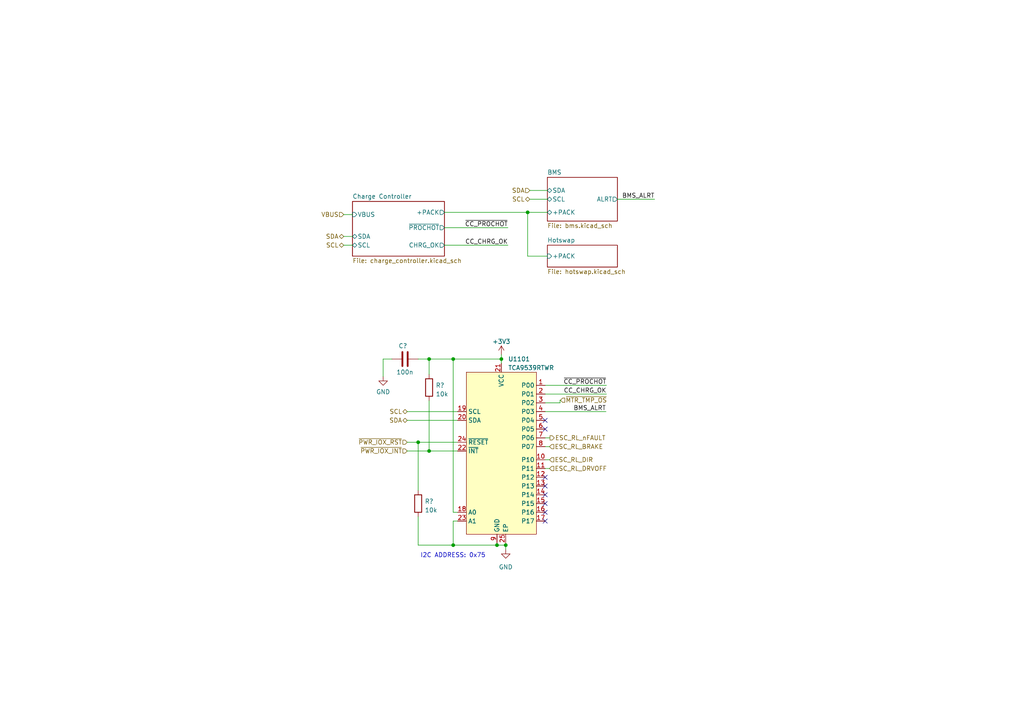
<source format=kicad_sch>
(kicad_sch (version 20230121) (generator eeschema)
  (paper "A4")
  (lib_symbols
    (symbol "Device:C" (pin_numbers hide) (pin_names (offset 0.254))
      (property "Reference" "C" (at 0.635 2.54 0))
      (property "Value" "C" (at 0.635 -2.54 0))
      (symbol "C_0_1"
        (polyline (pts (xy -2.032 -0.762) (xy 2.032 -0.762)) (stroke (width 0.508)))
        (polyline (pts (xy -2.032 0.762) (xy 2.032 0.762)) (stroke (width 0.508)))
      )
      (symbol "C_1_1"
        (pin passive line (at 0 3.81 270) (length 2.794) (name "~") (number "1"))
        (pin passive line (at 0 -3.81 90) (length 2.794) (name "~") (number "2"))
      )
    )
    (symbol "Device:R" (pin_numbers hide) (pin_names (offset 0))
      (property "Reference" "R" (at 2.032 0 90))
      (property "Value" "R" (at 0 0 90))
      (symbol "R_0_1"
        (rectangle (start -1.016 -2.54) (end 1.016 2.54) (stroke (width 0.254)))
      )
      (symbol "R_1_1"
        (pin passive line (at 0 3.81 270) (length 1.27) (name "~") (number "1"))
        (pin passive line (at 0 -3.81 90) (length 1.27) (name "~") (number "2"))
      )
    )
    (symbol "capstone:TCA9539RTWR_"
      (property "Reference" "U" (at 6.35 -25.4 0))
      (property "Value" "TCA9539RTWR" (at 7.62 24.13 0))
      (symbol "TCA9539RTWR__1_1"
        (rectangle (start -10.16 22.86) (end 10.16 -24.13) (fill (type background)))
        (pin bidirectional line (at 12.7 19.05 180) (length 2.54) (name "P00") (number "1"))
        (pin bidirectional line (at 12.7 -2.54 180) (length 2.54) (name "P10") (number "10"))
        (pin bidirectional line (at 12.7 -5.08 180) (length 2.54) (name "P11") (number "11"))
        (pin bidirectional line (at 12.7 -7.62 180) (length 2.54) (name "P12") (number "12"))
        (pin bidirectional line (at 12.7 -10.16 180) (length 2.54) (name "P13") (number "13"))
        (pin bidirectional line (at 12.7 -12.7 180) (length 2.54) (name "P14") (number "14"))
        (pin bidirectional line (at 12.7 -15.24 180) (length 2.54) (name "P15") (number "15"))
        (pin bidirectional line (at 12.7 -17.78 180) (length 2.54) (name "P16") (number "16"))
        (pin bidirectional line (at 12.7 -20.32 180) (length 2.54) (name "P17") (number "17"))
        (pin input line (at -12.7 -17.78 0) (length 2.54) (name "A0") (number "18"))
        (pin input line (at -12.7 11.43 0) (length 2.54) (name "SCL") (number "19"))
        (pin bidirectional line (at 12.7 16.51 180) (length 2.54) (name "P01") (number "2"))
        (pin input line (at -12.7 8.89 0) (length 2.54) (name "SDA") (number "20"))
        (pin power_in line (at 0 25.4 270) (length 2.54) (name "VCC") (number "21"))
        (pin output line (at -12.7 0 0) (length 2.54) (name "~{INT}") (number "22"))
        (pin input line (at -12.7 -20.32 0) (length 2.54) (name "A1") (number "23"))
        (pin input line (at -12.7 2.54 0) (length 2.54) (name "~{RESET}") (number "24"))
        (pin power_in line (at 1.27 -26.67 90) (length 2.54) (name "EP") (number "25"))
        (pin bidirectional line (at 12.7 13.97 180) (length 2.54) (name "P02") (number "3"))
        (pin bidirectional line (at 12.7 11.43 180) (length 2.54) (name "P03") (number "4"))
        (pin bidirectional line (at 12.7 8.89 180) (length 2.54) (name "P04") (number "5"))
        (pin bidirectional line (at 12.7 6.35 180) (length 2.54) (name "P05") (number "6"))
        (pin bidirectional line (at 12.7 3.81 180) (length 2.54) (name "P06") (number "7"))
        (pin bidirectional line (at 12.7 1.27 180) (length 2.54) (name "P07") (number "8"))
        (pin power_in line (at -1.27 -26.67 90) (length 2.54) (name "GND") (number "9"))
      )
    )
    (symbol "power:+3V3" (power) (pin_names (offset 0))
      (property "Value" "+3V3" (at 0 3.556 0))
      (symbol "+3V3_0_1"
        (polyline (pts (xy -0.762 1.27) (xy 0 2.54)))
        (polyline (pts (xy 0 0) (xy 0 2.54)))
        (polyline (pts (xy 0 2.54) (xy 0.762 1.27)))
      )
      (symbol "+3V3_1_1"
        (pin power_in line (at 0 0 90) (length 0) hide (name "+3V3") (number "1"))
      )
    )
    (symbol "power:GND" (power) (pin_names (offset 0))
      (property "Value" "GND" (at 0 -3.81 0))
      (symbol "GND_0_1"
        (polyline (pts (xy 0 0) (xy 0 -1.27) (xy 1.27 -1.27) (xy 0 -2.54) (xy -1.27 -1.27) (xy 0 -1.27)))
      )
      (symbol "GND_1_1"
        (pin power_in line (at 0 0 270) (length 0) hide (name "GND") (number "1"))
      )
    )
  )
  (junction (at 131.445 104.14))
  (junction (at 124.46 104.14))
  (junction (at 145.415 104.14))
  (junction (at 153.035 61.595))
  (junction (at 121.285 128.27))
  (junction (at 146.685 158.115))
  (junction (at 144.145 158.115))
  (junction (at 124.46 130.81))
  (junction (at 131.445 158.115))
  (no_connect (at 158.115 138.43))
  (no_connect (at 158.115 148.59))
  (no_connect (at 158.115 121.92))
  (no_connect (at 158.115 151.13))
  (no_connect (at 158.115 146.05))
  (no_connect (at 158.115 124.46))
  (no_connect (at 158.115 140.97))
  (no_connect (at 158.115 143.51))
  (wire (pts (xy 99.695 62.23) (xy 102.235 62.23)))
  (wire (pts (xy 118.11 121.92) (xy 132.715 121.92)))
  (wire (pts (xy 158.115 133.35) (xy 159.385 133.35)))
  (wire (pts (xy 153.035 61.595) (xy 158.75 61.595)))
  (wire (pts (xy 146.685 158.115) (xy 146.685 159.385)))
  (wire (pts (xy 158.115 111.76) (xy 175.895 111.76)))
  (wire (pts (xy 179.07 57.785) (xy 189.865 57.785)))
  (wire (pts (xy 118.11 130.81) (xy 124.46 130.81)))
  (wire (pts (xy 121.285 128.27) (xy 121.285 142.24)))
  (wire (pts (xy 132.715 148.59) (xy 131.445 148.59)))
  (wire (pts (xy 121.285 158.115) (xy 131.445 158.115)))
  (wire (pts (xy 121.285 128.27) (xy 132.715 128.27)))
  (wire (pts (xy 175.895 114.3) (xy 158.115 114.3)))
  (wire (pts (xy 131.445 158.115) (xy 144.145 158.115)))
  (wire (pts (xy 144.145 157.48) (xy 144.145 158.115)))
  (wire (pts (xy 99.695 71.12) (xy 102.235 71.12)))
  (wire (pts (xy 131.445 151.13) (xy 131.445 158.115)))
  (wire (pts (xy 162.433 116.078) (xy 162.433 116.84)))
  (wire (pts (xy 131.445 104.14) (xy 131.445 148.59)))
  (wire (pts (xy 118.11 119.38) (xy 132.715 119.38)))
  (wire (pts (xy 111.125 104.14) (xy 113.665 104.14)))
  (wire (pts (xy 145.415 104.14) (xy 145.415 105.41)))
  (wire (pts (xy 124.46 130.81) (xy 132.715 130.81)))
  (wire (pts (xy 144.145 158.115) (xy 146.685 158.115)))
  (wire (pts (xy 111.125 109.22) (xy 111.125 104.14)))
  (wire (pts (xy 158.75 74.295) (xy 153.035 74.295)))
  (wire (pts (xy 128.905 66.04) (xy 147.32 66.04)))
  (wire (pts (xy 145.415 102.87) (xy 145.415 104.14)))
  (wire (pts (xy 128.905 71.12) (xy 147.32 71.12)))
  (wire (pts (xy 146.685 158.115) (xy 146.685 157.48)))
  (wire (pts (xy 158.115 135.89) (xy 159.385 135.89)))
  (wire (pts (xy 121.285 149.86) (xy 121.285 158.115)))
  (wire (pts (xy 153.67 55.245) (xy 158.75 55.245)))
  (wire (pts (xy 158.115 129.54) (xy 159.385 129.54)))
  (wire (pts (xy 162.56 116.078) (xy 162.433 116.078)))
  (wire (pts (xy 153.035 61.595) (xy 153.035 74.295)))
  (wire (pts (xy 158.115 119.38) (xy 175.768 119.38)))
  (wire (pts (xy 124.46 104.14) (xy 131.445 104.14)))
  (wire (pts (xy 131.445 104.14) (xy 145.415 104.14)))
  (wire (pts (xy 153.67 57.785) (xy 158.75 57.785)))
  (wire (pts (xy 124.46 104.14) (xy 124.46 108.585)))
  (wire (pts (xy 121.285 104.14) (xy 124.46 104.14)))
  (wire (pts (xy 99.695 68.58) (xy 102.235 68.58)))
  (wire (pts (xy 131.445 151.13) (xy 132.715 151.13)))
  (wire (pts (xy 128.905 61.595) (xy 153.035 61.595)))
  (wire (pts (xy 162.433 116.84) (xy 158.115 116.84)))
  (wire (pts (xy 158.115 127) (xy 159.512 127)))
  (wire (pts (xy 124.46 116.205) (xy 124.46 130.81)))
  (wire (pts (xy 118.11 128.27) (xy 121.285 128.27)))
  (text "I2C ADDRESS: 0x75\n" (at 121.92 161.925 0) (effects (font (size 1.27 1.27)) (justify left bottom)))
  (label "~{CC_PROCHOT}" (at 147.32 66.04 180))
  (label "BMS_ALRT" (at 175.768 119.38 180))
  (label "~{CC_PROCHOT}" (at 175.895 111.76 180))
  (label "BMS_ALRT" (at 189.865 57.785 180))
  (label "CC_CHRG_OK" (at 175.895 114.3 180))
  (label "CC_CHRG_OK" (at 147.32 71.12 180))
  (hierarchical_label "SDA" (shape bidirectional) (at 99.695 68.58 180))
  (hierarchical_label "SCL" (shape bidirectional) (at 118.11 119.38 180))
  (hierarchical_label "~{PWR_IOX_INT}" (shape input) (at 118.11 130.81 180))
  (hierarchical_label "SDA" (shape bidirectional) (at 118.11 121.92 180))
  (hierarchical_label "~{MTR_TMP_OS}" (shape input) (at 162.56 116.078 0))
  (hierarchical_label "SDA" (shape input) (at 153.67 55.245 180))
  (hierarchical_label "ESC_RL_DRVOFF" (shape input) (at 159.385 135.89 0))
  (hierarchical_label "~{PWR_IOX_RST}" (shape input) (at 118.11 128.27 180))
  (hierarchical_label "VBUS" (shape input) (at 99.695 62.23 180))
  (hierarchical_label "ESC_RL_nFAULT" (shape output) (at 159.512 127 0))
  (hierarchical_label "ESC_RL_BRAKE" (shape input) (at 159.385 129.54 0))
  (hierarchical_label "ESC_RL_DIR" (shape input) (at 159.385 133.35 0))
  (hierarchical_label "SCL" (shape bidirectional) (at 99.695 71.12 180))
  (hierarchical_label "SCL" (shape bidirectional) (at 153.67 57.785 180))
  (symbol (lib_id "power:GND") (at 111.125 109.22 0) (unit 1)
    (property "Reference" "#PWR?" (effects hide))
    (property "Value" "GND" (at 111.125 113.665 0))
    (instances (project "high-power" (path "" (reference "#PWR?") (unit 1)) (path "" (reference "#PWR01101") (unit 1))) (project "drone" (path "" (reference "#PWR?") (unit 1)) (path "" (reference "#PWR?") (unit 1))))
  )
  (symbol (lib_id "power:+3V3") (at 145.415 102.87 0) (unit 1)
    (property "Reference" "#PWR?" (effects hide))
    (property "Value" "+3V3" (at 145.415 99.06 0))
    (instances (project "high-power" (path "" (reference "#PWR?") (unit 1)) (path "" (reference "#PWR01102") (unit 1))) (project "drone" (path "" (reference "#PWR?") (unit 1)) (path "" (reference "#PWR?") (unit 1))))
  )
  (symbol (lib_id "Device:C") (at 117.475 104.14 270) (unit 1)
    (property "Reference" "C?" (at 115.57 100.33 90) (effects (justify left)))
    (property "Value" "100n" (at 114.935 107.95 90) (effects (justify left)))
    (property "Footprint" "Capacitor_SMD:C_0201_0603Metric" (effects hide))
    (instances (project "high-power" (path "" (reference "C?") (unit 1)) (path "" (reference "C1101") (unit 1))) (project "drone" (path "" (reference "C?") (unit 1)) (path "" (reference "C?") (unit 1))))
  )
  (symbol (lib_id "Device:R") (at 121.285 146.05 0) (unit 1)
    (property "Reference" "R?" (at 123.19 145.415 0) (effects (justify left)))
    (property "Value" "10k" (at 123.19 147.955 0) (effects (justify left)))
    (property "Footprint" "Resistor_SMD:R_0201_0603Metric" (effects hide))
    (instances (project "high-power" (path "" (reference "R?") (unit 1)) (path "" (reference "R1101") (unit 1))) (project "drone" (path "" (reference "R?") (unit 1)) (path "" (reference "R?") (unit 1))))
  )
  (symbol (lib_id "power:GND") (at 146.685 159.385 0) (unit 1)
    (property "Reference" "#PWR?" (effects hide))
    (property "Value" "GND" (at 146.685 164.465 0))
    (instances (project "high-power" (path "" (reference "#PWR?") (unit 1)) (path "" (reference "#PWR01103") (unit 1))) (project "drone" (path "" (reference "#PWR?") (unit 1)) (path "" (reference "#PWR?") (unit 1))))
  )
  (symbol (lib_id "capstone:TCA9539RTWR_") (at 145.415 130.81 0) (unit 1)
    (property "Reference" "U1101" (at 147.3709 104.14 0) (effects (justify left)))
    (property "Value" "TCA9539RTWR" (at 147.3709 106.68 0) (effects (justify left)))
    (property "Footprint" "Package_DFN_QFN:WQFN-24-1EP_4x4mm_P0.5mm_EP2.45x2.45mm" (effects hide))
  )
  (symbol (lib_id "Device:R") (at 124.46 112.395 0) (unit 1)
    (property "Reference" "R?" (at 126.365 111.76 0) (effects (justify left)))
    (property "Value" "10k" (at 126.365 114.3 0) (effects (justify left)))
    (property "Footprint" "Resistor_SMD:R_0201_0603Metric" (effects hide))
    (instances (project "high-power" (path "" (reference "R?") (unit 1)) (path "" (reference "R1102") (unit 1))) (project "drone" (path "" (reference "R?") (unit 1)) (path "" (reference "R?") (unit 1))))
  )
  (sheet (at 158.75 51.435) (size 20.32 12.7) (stroke (width 0.1524))
    (property "Sheetname" "BMS" (at 158.75 50.7234 0) (effects (justify left bottom)))
    (property "Sheetfile" "bms.kicad_sch" (at 158.75 64.7196 0) (effects (justify left top)))
    (pin "SCL" bidirectional (at 158.75 57.785 180))
    (pin "ALRT" output (at 179.07 57.785 0))
    (pin "SDA" bidirectional (at 158.75 55.245 180))
    (pin "+PACK" bidirectional (at 158.75 61.595 180))
  )
  (sheet (at 158.75 71.12) (size 20.32 6.35) (stroke (width 0.1524))
    (property "Sheetname" "Hotswap" (at 158.75 70.4084 0) (effects (justify left bottom)))
    (property "Sheetfile" "hotswap.kicad_sch" (at 158.75 78.0546 0) (effects (justify left top)))
    (pin "+PACK" input (at 158.75 74.295 180))
  )
  (sheet (at 102.235 58.42) (size 26.67 15.875) (stroke (width 0.1524))
    (property "Sheetname" "Charge Controller" (at 102.235 57.7084 0) (effects (justify left bottom)))
    (property "Sheetfile" "charge_controller.kicad_sch" (at 102.235 74.8796 0) (effects (justify left top)))
    (pin "VBUS" input (at 102.235 62.23 180))
    (pin "~{PROCHOT}" output (at 128.905 66.04 0))
    (pin "CHRG_OK" output (at 128.905 71.12 0))
    (pin "SDA" bidirectional (at 102.235 68.58 180))
    (pin "SCL" bidirectional (at 102.235 71.12 180))
    (pin "+PACK" output (at 128.905 61.595 0))
  )
)
</source>
